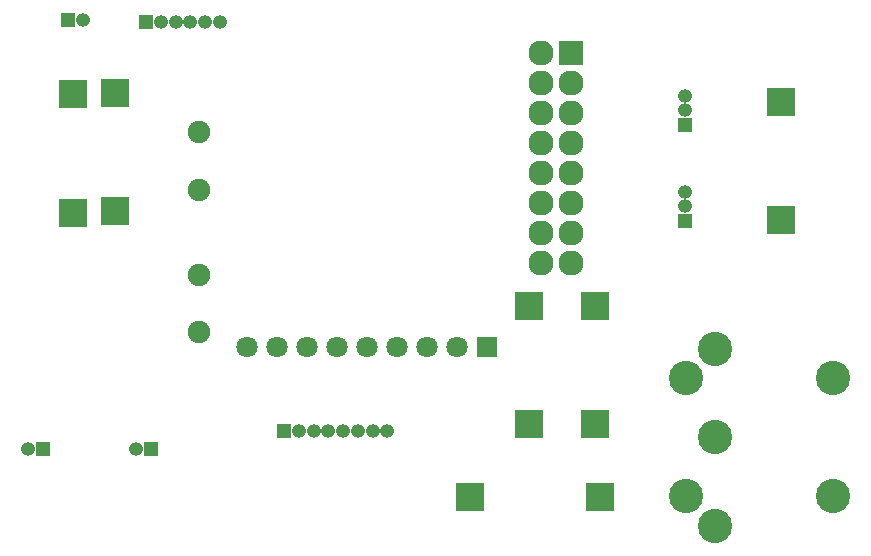
<source format=gbr>
G04 #@! TF.FileFunction,Soldermask,Bot*
%FSLAX46Y46*%
G04 Gerber Fmt 4.6, Leading zero omitted, Abs format (unit mm)*
G04 Created by KiCad (PCBNEW 4.0.2-stable) date 09/08/2016 22:56:37*
%MOMM*%
G01*
G04 APERTURE LIST*
%ADD10C,0.100000*%
%ADD11C,2.899360*%
%ADD12R,1.797000X1.797000*%
%ADD13C,1.797000*%
%ADD14R,2.398980X2.398980*%
%ADD15R,1.200000X1.200000*%
%ADD16O,1.200000X1.200000*%
%ADD17R,2.127200X2.127200*%
%ADD18O,2.127200X2.127200*%
%ADD19C,1.901140*%
G04 APERTURE END LIST*
D10*
D11*
X178866800Y-124846080D03*
X176364900Y-112351820D03*
X178864260Y-117348000D03*
X178866800Y-109849920D03*
X176364900Y-122344180D03*
X188861700Y-112346740D03*
X188861700Y-122349260D03*
D12*
X159512000Y-109728000D03*
D13*
X156972000Y-109728000D03*
X154432000Y-109728000D03*
X151892000Y-109728000D03*
X149352000Y-109728000D03*
X146812000Y-109728000D03*
X144272000Y-109728000D03*
X141732000Y-109728000D03*
X139192000Y-109728000D03*
D14*
X168656000Y-106250740D03*
X168656000Y-116253260D03*
X169077640Y-122428000D03*
X158074360Y-122428000D03*
X163068000Y-116253260D03*
X163068000Y-106250740D03*
X184404000Y-88978740D03*
X184404000Y-98981260D03*
X128016000Y-98219260D03*
X128016000Y-88216740D03*
X124460000Y-88343740D03*
X124460000Y-98346260D03*
D15*
X142367000Y-116840000D03*
D16*
X143617000Y-116840000D03*
X144867000Y-116840000D03*
X146117000Y-116840000D03*
X147367000Y-116840000D03*
X148617000Y-116840000D03*
X149867000Y-116840000D03*
X151117000Y-116840000D03*
D17*
X166624000Y-84836000D03*
D18*
X164084000Y-84836000D03*
X166624000Y-87376000D03*
X164084000Y-87376000D03*
X166624000Y-89916000D03*
X164084000Y-89916000D03*
X166624000Y-92456000D03*
X164084000Y-92456000D03*
X166624000Y-94996000D03*
X164084000Y-94996000D03*
X166624000Y-97536000D03*
X164084000Y-97536000D03*
X166624000Y-100076000D03*
X164084000Y-100076000D03*
X166624000Y-102616000D03*
X164084000Y-102616000D03*
D15*
X130683000Y-82169000D03*
D16*
X131933000Y-82169000D03*
X133183000Y-82169000D03*
X134433000Y-82169000D03*
X135683000Y-82169000D03*
X136933000Y-82169000D03*
D15*
X131064000Y-118364000D03*
D16*
X129814000Y-118364000D03*
D15*
X124079000Y-82042000D03*
D16*
X125329000Y-82042000D03*
D19*
X135128000Y-91539060D03*
X135128000Y-96420940D03*
X135128000Y-108485940D03*
X135128000Y-103604060D03*
D15*
X176276000Y-90932000D03*
D16*
X176276000Y-89682000D03*
X176276000Y-88432000D03*
D15*
X176276000Y-99060000D03*
D16*
X176276000Y-97810000D03*
X176276000Y-96560000D03*
D15*
X121920000Y-118364000D03*
D16*
X120670000Y-118364000D03*
M02*

</source>
